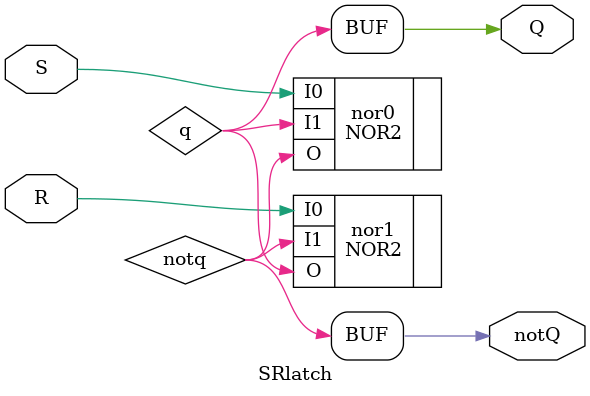
<source format=v>
`timescale 1ns / 1ps
module SRlatch(
    input S,
    input R,
    output Q,
    output notQ
    );

	wire q, notq;
	
	NOR2 nor0(.I0(S), .I1(q), .O(notq));
	NOR2 nor1(.I0(R), .I1(notq), .O(q));
	
	assign Q=q;
	assign notQ=notq;

endmodule
</source>
